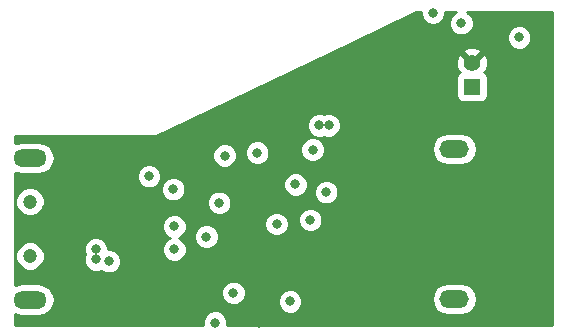
<source format=gbr>
G04 #@! TF.FileFunction,Copper,L2,Inr,Plane*
%FSLAX46Y46*%
G04 Gerber Fmt 4.6, Leading zero omitted, Abs format (unit mm)*
G04 Created by KiCad (PCBNEW no-vcs-found-undefined) date Thu Oct 27 09:39:57 2016*
%MOMM*%
%LPD*%
G01*
G04 APERTURE LIST*
%ADD10C,0.600000*%
%ADD11C,1.200000*%
%ADD12C,0.800000*%
%ADD13O,2.800000X1.500000*%
%ADD14O,2.500000X1.500000*%
%ADD15R,1.400000X1.400000*%
%ADD16C,1.400000*%
%ADD17C,0.508000*%
%ADD18C,0.254000*%
G04 APERTURE END LIST*
D10*
D11*
X104530000Y-51310000D03*
X104530000Y-55910000D03*
D12*
X105280000Y-47610000D03*
X103780000Y-59610000D03*
X103780000Y-47610000D03*
D13*
X104530000Y-47610000D03*
D12*
X105280000Y-59610000D03*
D13*
X104530000Y-59610000D03*
D14*
X140450000Y-46850000D03*
X140450000Y-59550000D03*
D15*
X141947860Y-41558380D03*
D16*
X141945320Y-39546700D03*
D12*
X132620704Y-39700485D03*
X119050000Y-59100000D03*
X136950000Y-42650000D03*
X131900000Y-45750000D03*
X127100000Y-48500000D03*
X141750000Y-51900000D03*
X141750000Y-54900000D03*
X112126000Y-49708000D03*
X114084000Y-55950000D03*
X123900000Y-61600000D03*
X129750000Y-57650000D03*
X131700000Y-55350000D03*
X133100000Y-54000000D03*
X141750000Y-56650000D03*
X141750000Y-53200000D03*
X141750000Y-50650000D03*
X129150000Y-39650000D03*
X138375400Y-39600000D03*
X118750000Y-57150000D03*
X111069400Y-59858000D03*
X113400000Y-59858000D03*
X109700000Y-48950000D03*
X110200000Y-49708000D03*
X109338000Y-50070000D03*
X113200000Y-50691000D03*
X114111000Y-53450000D03*
X122324000Y-56400000D03*
X129000000Y-44843010D03*
X129800000Y-44843010D03*
X128450000Y-46900000D03*
X116650000Y-50250000D03*
X120200000Y-61550000D03*
X121750000Y-59017026D03*
X125400000Y-53200000D03*
X129600000Y-50500000D03*
X145950000Y-37400000D03*
X123761400Y-47150000D03*
X116750000Y-55350000D03*
X110100000Y-56200000D03*
X110100000Y-55350000D03*
X141050000Y-36200000D03*
X127000000Y-49850000D03*
X126550000Y-59750000D03*
X121000000Y-47400000D03*
X116750000Y-53400000D03*
X120550000Y-51400000D03*
X114600000Y-49150000D03*
X128250000Y-52850000D03*
X138650000Y-35300000D03*
X111200000Y-56350000D03*
X119459603Y-54264542D03*
D17*
X132306620Y-39650000D02*
X132570219Y-39650000D01*
X132570219Y-39650000D02*
X132620704Y-39700485D01*
X136384315Y-42650000D02*
X136950000Y-42650000D01*
X132306620Y-39650000D02*
X135306620Y-42650000D01*
X135306620Y-42650000D02*
X136384315Y-42650000D01*
X129150000Y-39650000D02*
X132306620Y-39650000D01*
D18*
G36*
X137614821Y-35504971D02*
X137772058Y-35885515D01*
X138062954Y-36176919D01*
X138443223Y-36334820D01*
X138854971Y-36335179D01*
X139235515Y-36177942D01*
X139526919Y-35887046D01*
X139684820Y-35506777D01*
X139685033Y-35262000D01*
X140609837Y-35262000D01*
X140464485Y-35322058D01*
X140173081Y-35612954D01*
X140015180Y-35993223D01*
X140014821Y-36404971D01*
X140172058Y-36785515D01*
X140462954Y-37076919D01*
X140843223Y-37234820D01*
X141254971Y-37235179D01*
X141635515Y-37077942D01*
X141926919Y-36787046D01*
X142084820Y-36406777D01*
X142085179Y-35995029D01*
X141927942Y-35614485D01*
X141637046Y-35323081D01*
X141489946Y-35262000D01*
X148738000Y-35262000D01*
X148738000Y-61738000D01*
X121234836Y-61738000D01*
X121235179Y-61345029D01*
X121077942Y-60964485D01*
X120787046Y-60673081D01*
X120406777Y-60515180D01*
X119995029Y-60514821D01*
X119614485Y-60672058D01*
X119323081Y-60962954D01*
X119165180Y-61343223D01*
X119164836Y-61738000D01*
X103262000Y-61738000D01*
X103262000Y-60857424D01*
X103310115Y-60889573D01*
X103840132Y-60995000D01*
X105219868Y-60995000D01*
X105749885Y-60889573D01*
X106199211Y-60589343D01*
X106499441Y-60140017D01*
X106604868Y-59610000D01*
X106527690Y-59221997D01*
X120714821Y-59221997D01*
X120872058Y-59602541D01*
X121162954Y-59893945D01*
X121543223Y-60051846D01*
X121954971Y-60052205D01*
X122190296Y-59954971D01*
X125514821Y-59954971D01*
X125672058Y-60335515D01*
X125962954Y-60626919D01*
X126343223Y-60784820D01*
X126754971Y-60785179D01*
X127135515Y-60627942D01*
X127426919Y-60337046D01*
X127584820Y-59956777D01*
X127585174Y-59550000D01*
X138528071Y-59550000D01*
X138633498Y-60080017D01*
X138933728Y-60529343D01*
X139383054Y-60829573D01*
X139913071Y-60935000D01*
X140986929Y-60935000D01*
X141516946Y-60829573D01*
X141966272Y-60529343D01*
X142266502Y-60080017D01*
X142371929Y-59550000D01*
X142266502Y-59019983D01*
X141966272Y-58570657D01*
X141516946Y-58270427D01*
X140986929Y-58165000D01*
X139913071Y-58165000D01*
X139383054Y-58270427D01*
X138933728Y-58570657D01*
X138633498Y-59019983D01*
X138528071Y-59550000D01*
X127585174Y-59550000D01*
X127585179Y-59545029D01*
X127427942Y-59164485D01*
X127137046Y-58873081D01*
X126756777Y-58715180D01*
X126345029Y-58714821D01*
X125964485Y-58872058D01*
X125673081Y-59162954D01*
X125515180Y-59543223D01*
X125514821Y-59954971D01*
X122190296Y-59954971D01*
X122335515Y-59894968D01*
X122626919Y-59604072D01*
X122784820Y-59223803D01*
X122785179Y-58812055D01*
X122627942Y-58431511D01*
X122337046Y-58140107D01*
X121956777Y-57982206D01*
X121545029Y-57981847D01*
X121164485Y-58139084D01*
X120873081Y-58429980D01*
X120715180Y-58810249D01*
X120714821Y-59221997D01*
X106527690Y-59221997D01*
X106499441Y-59079983D01*
X106199211Y-58630657D01*
X105749885Y-58330427D01*
X105219868Y-58225000D01*
X103840132Y-58225000D01*
X103310115Y-58330427D01*
X103262000Y-58362576D01*
X103262000Y-56154579D01*
X103294786Y-56154579D01*
X103482408Y-56608657D01*
X103829515Y-56956371D01*
X104283266Y-57144785D01*
X104774579Y-57145214D01*
X105228657Y-56957592D01*
X105576371Y-56610485D01*
X105764785Y-56156734D01*
X105765214Y-55665421D01*
X105719577Y-55554971D01*
X109064821Y-55554971D01*
X109155764Y-55775071D01*
X109065180Y-55993223D01*
X109064821Y-56404971D01*
X109222058Y-56785515D01*
X109512954Y-57076919D01*
X109893223Y-57234820D01*
X110304971Y-57235179D01*
X110528854Y-57142673D01*
X110612954Y-57226919D01*
X110993223Y-57384820D01*
X111404971Y-57385179D01*
X111785515Y-57227942D01*
X112076919Y-56937046D01*
X112234820Y-56556777D01*
X112235179Y-56145029D01*
X112077942Y-55764485D01*
X111787046Y-55473081D01*
X111406777Y-55315180D01*
X111135031Y-55314943D01*
X111135179Y-55145029D01*
X110977942Y-54764485D01*
X110687046Y-54473081D01*
X110306777Y-54315180D01*
X109895029Y-54314821D01*
X109514485Y-54472058D01*
X109223081Y-54762954D01*
X109065180Y-55143223D01*
X109064821Y-55554971D01*
X105719577Y-55554971D01*
X105577592Y-55211343D01*
X105230485Y-54863629D01*
X104776734Y-54675215D01*
X104285421Y-54674786D01*
X103831343Y-54862408D01*
X103483629Y-55209515D01*
X103295215Y-55663266D01*
X103294786Y-56154579D01*
X103262000Y-56154579D01*
X103262000Y-53604971D01*
X115714821Y-53604971D01*
X115872058Y-53985515D01*
X116162954Y-54276919D01*
X116399272Y-54375046D01*
X116164485Y-54472058D01*
X115873081Y-54762954D01*
X115715180Y-55143223D01*
X115714821Y-55554971D01*
X115872058Y-55935515D01*
X116162954Y-56226919D01*
X116543223Y-56384820D01*
X116954971Y-56385179D01*
X117335515Y-56227942D01*
X117626919Y-55937046D01*
X117784820Y-55556777D01*
X117785179Y-55145029D01*
X117627942Y-54764485D01*
X117337046Y-54473081D01*
X117328454Y-54469513D01*
X118424424Y-54469513D01*
X118581661Y-54850057D01*
X118872557Y-55141461D01*
X119252826Y-55299362D01*
X119664574Y-55299721D01*
X120045118Y-55142484D01*
X120336522Y-54851588D01*
X120494423Y-54471319D01*
X120494782Y-54059571D01*
X120337545Y-53679027D01*
X120063967Y-53404971D01*
X124364821Y-53404971D01*
X124522058Y-53785515D01*
X124812954Y-54076919D01*
X125193223Y-54234820D01*
X125604971Y-54235179D01*
X125985515Y-54077942D01*
X126276919Y-53787046D01*
X126434820Y-53406777D01*
X126435126Y-53054971D01*
X127214821Y-53054971D01*
X127372058Y-53435515D01*
X127662954Y-53726919D01*
X128043223Y-53884820D01*
X128454971Y-53885179D01*
X128835515Y-53727942D01*
X129126919Y-53437046D01*
X129284820Y-53056777D01*
X129285179Y-52645029D01*
X129127942Y-52264485D01*
X128837046Y-51973081D01*
X128456777Y-51815180D01*
X128045029Y-51814821D01*
X127664485Y-51972058D01*
X127373081Y-52262954D01*
X127215180Y-52643223D01*
X127214821Y-53054971D01*
X126435126Y-53054971D01*
X126435179Y-52995029D01*
X126277942Y-52614485D01*
X125987046Y-52323081D01*
X125606777Y-52165180D01*
X125195029Y-52164821D01*
X124814485Y-52322058D01*
X124523081Y-52612954D01*
X124365180Y-52993223D01*
X124364821Y-53404971D01*
X120063967Y-53404971D01*
X120046649Y-53387623D01*
X119666380Y-53229722D01*
X119254632Y-53229363D01*
X118874088Y-53386600D01*
X118582684Y-53677496D01*
X118424783Y-54057765D01*
X118424424Y-54469513D01*
X117328454Y-54469513D01*
X117100728Y-54374954D01*
X117335515Y-54277942D01*
X117626919Y-53987046D01*
X117784820Y-53606777D01*
X117785179Y-53195029D01*
X117627942Y-52814485D01*
X117337046Y-52523081D01*
X116956777Y-52365180D01*
X116545029Y-52364821D01*
X116164485Y-52522058D01*
X115873081Y-52812954D01*
X115715180Y-53193223D01*
X115714821Y-53604971D01*
X103262000Y-53604971D01*
X103262000Y-51554579D01*
X103294786Y-51554579D01*
X103482408Y-52008657D01*
X103829515Y-52356371D01*
X104283266Y-52544785D01*
X104774579Y-52545214D01*
X105228657Y-52357592D01*
X105576371Y-52010485D01*
X105744755Y-51604971D01*
X119514821Y-51604971D01*
X119672058Y-51985515D01*
X119962954Y-52276919D01*
X120343223Y-52434820D01*
X120754971Y-52435179D01*
X121135515Y-52277942D01*
X121426919Y-51987046D01*
X121584820Y-51606777D01*
X121585179Y-51195029D01*
X121427942Y-50814485D01*
X121137046Y-50523081D01*
X120756777Y-50365180D01*
X120345029Y-50364821D01*
X119964485Y-50522058D01*
X119673081Y-50812954D01*
X119515180Y-51193223D01*
X119514821Y-51604971D01*
X105744755Y-51604971D01*
X105764785Y-51556734D01*
X105765214Y-51065421D01*
X105577592Y-50611343D01*
X105421493Y-50454971D01*
X115614821Y-50454971D01*
X115772058Y-50835515D01*
X116062954Y-51126919D01*
X116443223Y-51284820D01*
X116854971Y-51285179D01*
X117235515Y-51127942D01*
X117526919Y-50837046D01*
X117684820Y-50456777D01*
X117685170Y-50054971D01*
X125964821Y-50054971D01*
X126122058Y-50435515D01*
X126412954Y-50726919D01*
X126793223Y-50884820D01*
X127204971Y-50885179D01*
X127585515Y-50727942D01*
X127608526Y-50704971D01*
X128564821Y-50704971D01*
X128722058Y-51085515D01*
X129012954Y-51376919D01*
X129393223Y-51534820D01*
X129804971Y-51535179D01*
X130185515Y-51377942D01*
X130476919Y-51087046D01*
X130634820Y-50706777D01*
X130635179Y-50295029D01*
X130477942Y-49914485D01*
X130187046Y-49623081D01*
X129806777Y-49465180D01*
X129395029Y-49464821D01*
X129014485Y-49622058D01*
X128723081Y-49912954D01*
X128565180Y-50293223D01*
X128564821Y-50704971D01*
X127608526Y-50704971D01*
X127876919Y-50437046D01*
X128034820Y-50056777D01*
X128035179Y-49645029D01*
X127877942Y-49264485D01*
X127587046Y-48973081D01*
X127206777Y-48815180D01*
X126795029Y-48814821D01*
X126414485Y-48972058D01*
X126123081Y-49262954D01*
X125965180Y-49643223D01*
X125964821Y-50054971D01*
X117685170Y-50054971D01*
X117685179Y-50045029D01*
X117527942Y-49664485D01*
X117237046Y-49373081D01*
X116856777Y-49215180D01*
X116445029Y-49214821D01*
X116064485Y-49372058D01*
X115773081Y-49662954D01*
X115615180Y-50043223D01*
X115614821Y-50454971D01*
X105421493Y-50454971D01*
X105230485Y-50263629D01*
X104776734Y-50075215D01*
X104285421Y-50074786D01*
X103831343Y-50262408D01*
X103483629Y-50609515D01*
X103295215Y-51063266D01*
X103294786Y-51554579D01*
X103262000Y-51554579D01*
X103262000Y-49354971D01*
X113564821Y-49354971D01*
X113722058Y-49735515D01*
X114012954Y-50026919D01*
X114393223Y-50184820D01*
X114804971Y-50185179D01*
X115185515Y-50027942D01*
X115476919Y-49737046D01*
X115634820Y-49356777D01*
X115635179Y-48945029D01*
X115477942Y-48564485D01*
X115187046Y-48273081D01*
X114806777Y-48115180D01*
X114395029Y-48114821D01*
X114014485Y-48272058D01*
X113723081Y-48562954D01*
X113565180Y-48943223D01*
X113564821Y-49354971D01*
X103262000Y-49354971D01*
X103262000Y-48857424D01*
X103310115Y-48889573D01*
X103840132Y-48995000D01*
X105219868Y-48995000D01*
X105749885Y-48889573D01*
X106199211Y-48589343D01*
X106499441Y-48140017D01*
X106604868Y-47610000D01*
X106603868Y-47604971D01*
X119964821Y-47604971D01*
X120122058Y-47985515D01*
X120412954Y-48276919D01*
X120793223Y-48434820D01*
X121204971Y-48435179D01*
X121585515Y-48277942D01*
X121876919Y-47987046D01*
X122034820Y-47606777D01*
X122035039Y-47354971D01*
X122726221Y-47354971D01*
X122883458Y-47735515D01*
X123174354Y-48026919D01*
X123554623Y-48184820D01*
X123966371Y-48185179D01*
X124346915Y-48027942D01*
X124638319Y-47737046D01*
X124796220Y-47356777D01*
X124796439Y-47104971D01*
X127414821Y-47104971D01*
X127572058Y-47485515D01*
X127862954Y-47776919D01*
X128243223Y-47934820D01*
X128654971Y-47935179D01*
X129035515Y-47777942D01*
X129326919Y-47487046D01*
X129484820Y-47106777D01*
X129485043Y-46850000D01*
X138528071Y-46850000D01*
X138633498Y-47380017D01*
X138933728Y-47829343D01*
X139383054Y-48129573D01*
X139913071Y-48235000D01*
X140986929Y-48235000D01*
X141516946Y-48129573D01*
X141966272Y-47829343D01*
X142266502Y-47380017D01*
X142371929Y-46850000D01*
X142266502Y-46319983D01*
X141966272Y-45870657D01*
X141516946Y-45570427D01*
X140986929Y-45465000D01*
X139913071Y-45465000D01*
X139383054Y-45570427D01*
X138933728Y-45870657D01*
X138633498Y-46319983D01*
X138528071Y-46850000D01*
X129485043Y-46850000D01*
X129485179Y-46695029D01*
X129327942Y-46314485D01*
X129037046Y-46023081D01*
X128656777Y-45865180D01*
X128245029Y-45864821D01*
X127864485Y-46022058D01*
X127573081Y-46312954D01*
X127415180Y-46693223D01*
X127414821Y-47104971D01*
X124796439Y-47104971D01*
X124796579Y-46945029D01*
X124639342Y-46564485D01*
X124348446Y-46273081D01*
X123968177Y-46115180D01*
X123556429Y-46114821D01*
X123175885Y-46272058D01*
X122884481Y-46562954D01*
X122726580Y-46943223D01*
X122726221Y-47354971D01*
X122035039Y-47354971D01*
X122035179Y-47195029D01*
X121877942Y-46814485D01*
X121587046Y-46523081D01*
X121206777Y-46365180D01*
X120795029Y-46364821D01*
X120414485Y-46522058D01*
X120123081Y-46812954D01*
X119965180Y-47193223D01*
X119964821Y-47604971D01*
X106603868Y-47604971D01*
X106499441Y-47079983D01*
X106199211Y-46630657D01*
X105749885Y-46330427D01*
X105219868Y-46225000D01*
X103840132Y-46225000D01*
X103310115Y-46330427D01*
X103262000Y-46362576D01*
X103262000Y-45762000D01*
X115000000Y-45762000D01*
X115019942Y-45758033D01*
X115040064Y-45760946D01*
X115165090Y-45729162D01*
X115291605Y-45703996D01*
X115308509Y-45692701D01*
X115328216Y-45687691D01*
X116668560Y-45047981D01*
X127964821Y-45047981D01*
X128122058Y-45428525D01*
X128412954Y-45719929D01*
X128793223Y-45877830D01*
X129204971Y-45878189D01*
X129400010Y-45797601D01*
X129593223Y-45877830D01*
X130004971Y-45878189D01*
X130385515Y-45720952D01*
X130676919Y-45430056D01*
X130834820Y-45049787D01*
X130835179Y-44638039D01*
X130677942Y-44257495D01*
X130387046Y-43966091D01*
X130006777Y-43808190D01*
X129595029Y-43807831D01*
X129399990Y-43888419D01*
X129206777Y-43808190D01*
X128795029Y-43807831D01*
X128414485Y-43965068D01*
X128123081Y-44255964D01*
X127965180Y-44636233D01*
X127964821Y-45047981D01*
X116668560Y-45047981D01*
X128599179Y-39353822D01*
X140597901Y-39353822D01*
X140626656Y-39884140D01*
X140774278Y-40240531D01*
X140957604Y-40288615D01*
X140790051Y-40400571D01*
X140649703Y-40610615D01*
X140600420Y-40858380D01*
X140600420Y-42258380D01*
X140649703Y-42506145D01*
X140790051Y-42716189D01*
X141000095Y-42856537D01*
X141247860Y-42905820D01*
X142647860Y-42905820D01*
X142895625Y-42856537D01*
X143105669Y-42716189D01*
X143246017Y-42506145D01*
X143295300Y-42258380D01*
X143295300Y-40858380D01*
X143246017Y-40610615D01*
X143105669Y-40400571D01*
X142936684Y-40287658D01*
X143116362Y-40240531D01*
X143292739Y-39739578D01*
X143263984Y-39209260D01*
X143116362Y-38852869D01*
X142880595Y-38791031D01*
X142124925Y-39546700D01*
X142139068Y-39560842D01*
X141959462Y-39740448D01*
X141945320Y-39726305D01*
X141931178Y-39740448D01*
X141751573Y-39560843D01*
X141765715Y-39546700D01*
X141010045Y-38791031D01*
X140774278Y-38852869D01*
X140597901Y-39353822D01*
X128599179Y-39353822D01*
X130154677Y-38611425D01*
X141189651Y-38611425D01*
X141945320Y-39367095D01*
X142700989Y-38611425D01*
X142639151Y-38375658D01*
X142138198Y-38199281D01*
X141607880Y-38228036D01*
X141251489Y-38375658D01*
X141189651Y-38611425D01*
X130154677Y-38611425D01*
X132263438Y-37604971D01*
X144914821Y-37604971D01*
X145072058Y-37985515D01*
X145362954Y-38276919D01*
X145743223Y-38434820D01*
X146154971Y-38435179D01*
X146535515Y-38277942D01*
X146826919Y-37987046D01*
X146984820Y-37606777D01*
X146985179Y-37195029D01*
X146827942Y-36814485D01*
X146537046Y-36523081D01*
X146156777Y-36365180D01*
X145745029Y-36364821D01*
X145364485Y-36522058D01*
X145073081Y-36812954D01*
X144915180Y-37193223D01*
X144914821Y-37604971D01*
X132263438Y-37604971D01*
X137172521Y-35262000D01*
X137615033Y-35262000D01*
X137614821Y-35504971D01*
X137614821Y-35504971D01*
G37*
X137614821Y-35504971D02*
X137772058Y-35885515D01*
X138062954Y-36176919D01*
X138443223Y-36334820D01*
X138854971Y-36335179D01*
X139235515Y-36177942D01*
X139526919Y-35887046D01*
X139684820Y-35506777D01*
X139685033Y-35262000D01*
X140609837Y-35262000D01*
X140464485Y-35322058D01*
X140173081Y-35612954D01*
X140015180Y-35993223D01*
X140014821Y-36404971D01*
X140172058Y-36785515D01*
X140462954Y-37076919D01*
X140843223Y-37234820D01*
X141254971Y-37235179D01*
X141635515Y-37077942D01*
X141926919Y-36787046D01*
X142084820Y-36406777D01*
X142085179Y-35995029D01*
X141927942Y-35614485D01*
X141637046Y-35323081D01*
X141489946Y-35262000D01*
X148738000Y-35262000D01*
X148738000Y-61738000D01*
X121234836Y-61738000D01*
X121235179Y-61345029D01*
X121077942Y-60964485D01*
X120787046Y-60673081D01*
X120406777Y-60515180D01*
X119995029Y-60514821D01*
X119614485Y-60672058D01*
X119323081Y-60962954D01*
X119165180Y-61343223D01*
X119164836Y-61738000D01*
X103262000Y-61738000D01*
X103262000Y-60857424D01*
X103310115Y-60889573D01*
X103840132Y-60995000D01*
X105219868Y-60995000D01*
X105749885Y-60889573D01*
X106199211Y-60589343D01*
X106499441Y-60140017D01*
X106604868Y-59610000D01*
X106527690Y-59221997D01*
X120714821Y-59221997D01*
X120872058Y-59602541D01*
X121162954Y-59893945D01*
X121543223Y-60051846D01*
X121954971Y-60052205D01*
X122190296Y-59954971D01*
X125514821Y-59954971D01*
X125672058Y-60335515D01*
X125962954Y-60626919D01*
X126343223Y-60784820D01*
X126754971Y-60785179D01*
X127135515Y-60627942D01*
X127426919Y-60337046D01*
X127584820Y-59956777D01*
X127585174Y-59550000D01*
X138528071Y-59550000D01*
X138633498Y-60080017D01*
X138933728Y-60529343D01*
X139383054Y-60829573D01*
X139913071Y-60935000D01*
X140986929Y-60935000D01*
X141516946Y-60829573D01*
X141966272Y-60529343D01*
X142266502Y-60080017D01*
X142371929Y-59550000D01*
X142266502Y-59019983D01*
X141966272Y-58570657D01*
X141516946Y-58270427D01*
X140986929Y-58165000D01*
X139913071Y-58165000D01*
X139383054Y-58270427D01*
X138933728Y-58570657D01*
X138633498Y-59019983D01*
X138528071Y-59550000D01*
X127585174Y-59550000D01*
X127585179Y-59545029D01*
X127427942Y-59164485D01*
X127137046Y-58873081D01*
X126756777Y-58715180D01*
X126345029Y-58714821D01*
X125964485Y-58872058D01*
X125673081Y-59162954D01*
X125515180Y-59543223D01*
X125514821Y-59954971D01*
X122190296Y-59954971D01*
X122335515Y-59894968D01*
X122626919Y-59604072D01*
X122784820Y-59223803D01*
X122785179Y-58812055D01*
X122627942Y-58431511D01*
X122337046Y-58140107D01*
X121956777Y-57982206D01*
X121545029Y-57981847D01*
X121164485Y-58139084D01*
X120873081Y-58429980D01*
X120715180Y-58810249D01*
X120714821Y-59221997D01*
X106527690Y-59221997D01*
X106499441Y-59079983D01*
X106199211Y-58630657D01*
X105749885Y-58330427D01*
X105219868Y-58225000D01*
X103840132Y-58225000D01*
X103310115Y-58330427D01*
X103262000Y-58362576D01*
X103262000Y-56154579D01*
X103294786Y-56154579D01*
X103482408Y-56608657D01*
X103829515Y-56956371D01*
X104283266Y-57144785D01*
X104774579Y-57145214D01*
X105228657Y-56957592D01*
X105576371Y-56610485D01*
X105764785Y-56156734D01*
X105765214Y-55665421D01*
X105719577Y-55554971D01*
X109064821Y-55554971D01*
X109155764Y-55775071D01*
X109065180Y-55993223D01*
X109064821Y-56404971D01*
X109222058Y-56785515D01*
X109512954Y-57076919D01*
X109893223Y-57234820D01*
X110304971Y-57235179D01*
X110528854Y-57142673D01*
X110612954Y-57226919D01*
X110993223Y-57384820D01*
X111404971Y-57385179D01*
X111785515Y-57227942D01*
X112076919Y-56937046D01*
X112234820Y-56556777D01*
X112235179Y-56145029D01*
X112077942Y-55764485D01*
X111787046Y-55473081D01*
X111406777Y-55315180D01*
X111135031Y-55314943D01*
X111135179Y-55145029D01*
X110977942Y-54764485D01*
X110687046Y-54473081D01*
X110306777Y-54315180D01*
X109895029Y-54314821D01*
X109514485Y-54472058D01*
X109223081Y-54762954D01*
X109065180Y-55143223D01*
X109064821Y-55554971D01*
X105719577Y-55554971D01*
X105577592Y-55211343D01*
X105230485Y-54863629D01*
X104776734Y-54675215D01*
X104285421Y-54674786D01*
X103831343Y-54862408D01*
X103483629Y-55209515D01*
X103295215Y-55663266D01*
X103294786Y-56154579D01*
X103262000Y-56154579D01*
X103262000Y-53604971D01*
X115714821Y-53604971D01*
X115872058Y-53985515D01*
X116162954Y-54276919D01*
X116399272Y-54375046D01*
X116164485Y-54472058D01*
X115873081Y-54762954D01*
X115715180Y-55143223D01*
X115714821Y-55554971D01*
X115872058Y-55935515D01*
X116162954Y-56226919D01*
X116543223Y-56384820D01*
X116954971Y-56385179D01*
X117335515Y-56227942D01*
X117626919Y-55937046D01*
X117784820Y-55556777D01*
X117785179Y-55145029D01*
X117627942Y-54764485D01*
X117337046Y-54473081D01*
X117328454Y-54469513D01*
X118424424Y-54469513D01*
X118581661Y-54850057D01*
X118872557Y-55141461D01*
X119252826Y-55299362D01*
X119664574Y-55299721D01*
X120045118Y-55142484D01*
X120336522Y-54851588D01*
X120494423Y-54471319D01*
X120494782Y-54059571D01*
X120337545Y-53679027D01*
X120063967Y-53404971D01*
X124364821Y-53404971D01*
X124522058Y-53785515D01*
X124812954Y-54076919D01*
X125193223Y-54234820D01*
X125604971Y-54235179D01*
X125985515Y-54077942D01*
X126276919Y-53787046D01*
X126434820Y-53406777D01*
X126435126Y-53054971D01*
X127214821Y-53054971D01*
X127372058Y-53435515D01*
X127662954Y-53726919D01*
X128043223Y-53884820D01*
X128454971Y-53885179D01*
X128835515Y-53727942D01*
X129126919Y-53437046D01*
X129284820Y-53056777D01*
X129285179Y-52645029D01*
X129127942Y-52264485D01*
X128837046Y-51973081D01*
X128456777Y-51815180D01*
X128045029Y-51814821D01*
X127664485Y-51972058D01*
X127373081Y-52262954D01*
X127215180Y-52643223D01*
X127214821Y-53054971D01*
X126435126Y-53054971D01*
X126435179Y-52995029D01*
X126277942Y-52614485D01*
X125987046Y-52323081D01*
X125606777Y-52165180D01*
X125195029Y-52164821D01*
X124814485Y-52322058D01*
X124523081Y-52612954D01*
X124365180Y-52993223D01*
X124364821Y-53404971D01*
X120063967Y-53404971D01*
X120046649Y-53387623D01*
X119666380Y-53229722D01*
X119254632Y-53229363D01*
X118874088Y-53386600D01*
X118582684Y-53677496D01*
X118424783Y-54057765D01*
X118424424Y-54469513D01*
X117328454Y-54469513D01*
X117100728Y-54374954D01*
X117335515Y-54277942D01*
X117626919Y-53987046D01*
X117784820Y-53606777D01*
X117785179Y-53195029D01*
X117627942Y-52814485D01*
X117337046Y-52523081D01*
X116956777Y-52365180D01*
X116545029Y-52364821D01*
X116164485Y-52522058D01*
X115873081Y-52812954D01*
X115715180Y-53193223D01*
X115714821Y-53604971D01*
X103262000Y-53604971D01*
X103262000Y-51554579D01*
X103294786Y-51554579D01*
X103482408Y-52008657D01*
X103829515Y-52356371D01*
X104283266Y-52544785D01*
X104774579Y-52545214D01*
X105228657Y-52357592D01*
X105576371Y-52010485D01*
X105744755Y-51604971D01*
X119514821Y-51604971D01*
X119672058Y-51985515D01*
X119962954Y-52276919D01*
X120343223Y-52434820D01*
X120754971Y-52435179D01*
X121135515Y-52277942D01*
X121426919Y-51987046D01*
X121584820Y-51606777D01*
X121585179Y-51195029D01*
X121427942Y-50814485D01*
X121137046Y-50523081D01*
X120756777Y-50365180D01*
X120345029Y-50364821D01*
X119964485Y-50522058D01*
X119673081Y-50812954D01*
X119515180Y-51193223D01*
X119514821Y-51604971D01*
X105744755Y-51604971D01*
X105764785Y-51556734D01*
X105765214Y-51065421D01*
X105577592Y-50611343D01*
X105421493Y-50454971D01*
X115614821Y-50454971D01*
X115772058Y-50835515D01*
X116062954Y-51126919D01*
X116443223Y-51284820D01*
X116854971Y-51285179D01*
X117235515Y-51127942D01*
X117526919Y-50837046D01*
X117684820Y-50456777D01*
X117685170Y-50054971D01*
X125964821Y-50054971D01*
X126122058Y-50435515D01*
X126412954Y-50726919D01*
X126793223Y-50884820D01*
X127204971Y-50885179D01*
X127585515Y-50727942D01*
X127608526Y-50704971D01*
X128564821Y-50704971D01*
X128722058Y-51085515D01*
X129012954Y-51376919D01*
X129393223Y-51534820D01*
X129804971Y-51535179D01*
X130185515Y-51377942D01*
X130476919Y-51087046D01*
X130634820Y-50706777D01*
X130635179Y-50295029D01*
X130477942Y-49914485D01*
X130187046Y-49623081D01*
X129806777Y-49465180D01*
X129395029Y-49464821D01*
X129014485Y-49622058D01*
X128723081Y-49912954D01*
X128565180Y-50293223D01*
X128564821Y-50704971D01*
X127608526Y-50704971D01*
X127876919Y-50437046D01*
X128034820Y-50056777D01*
X128035179Y-49645029D01*
X127877942Y-49264485D01*
X127587046Y-48973081D01*
X127206777Y-48815180D01*
X126795029Y-48814821D01*
X126414485Y-48972058D01*
X126123081Y-49262954D01*
X125965180Y-49643223D01*
X125964821Y-50054971D01*
X117685170Y-50054971D01*
X117685179Y-50045029D01*
X117527942Y-49664485D01*
X117237046Y-49373081D01*
X116856777Y-49215180D01*
X116445029Y-49214821D01*
X116064485Y-49372058D01*
X115773081Y-49662954D01*
X115615180Y-50043223D01*
X115614821Y-50454971D01*
X105421493Y-50454971D01*
X105230485Y-50263629D01*
X104776734Y-50075215D01*
X104285421Y-50074786D01*
X103831343Y-50262408D01*
X103483629Y-50609515D01*
X103295215Y-51063266D01*
X103294786Y-51554579D01*
X103262000Y-51554579D01*
X103262000Y-49354971D01*
X113564821Y-49354971D01*
X113722058Y-49735515D01*
X114012954Y-50026919D01*
X114393223Y-50184820D01*
X114804971Y-50185179D01*
X115185515Y-50027942D01*
X115476919Y-49737046D01*
X115634820Y-49356777D01*
X115635179Y-48945029D01*
X115477942Y-48564485D01*
X115187046Y-48273081D01*
X114806777Y-48115180D01*
X114395029Y-48114821D01*
X114014485Y-48272058D01*
X113723081Y-48562954D01*
X113565180Y-48943223D01*
X113564821Y-49354971D01*
X103262000Y-49354971D01*
X103262000Y-48857424D01*
X103310115Y-48889573D01*
X103840132Y-48995000D01*
X105219868Y-48995000D01*
X105749885Y-48889573D01*
X106199211Y-48589343D01*
X106499441Y-48140017D01*
X106604868Y-47610000D01*
X106603868Y-47604971D01*
X119964821Y-47604971D01*
X120122058Y-47985515D01*
X120412954Y-48276919D01*
X120793223Y-48434820D01*
X121204971Y-48435179D01*
X121585515Y-48277942D01*
X121876919Y-47987046D01*
X122034820Y-47606777D01*
X122035039Y-47354971D01*
X122726221Y-47354971D01*
X122883458Y-47735515D01*
X123174354Y-48026919D01*
X123554623Y-48184820D01*
X123966371Y-48185179D01*
X124346915Y-48027942D01*
X124638319Y-47737046D01*
X124796220Y-47356777D01*
X124796439Y-47104971D01*
X127414821Y-47104971D01*
X127572058Y-47485515D01*
X127862954Y-47776919D01*
X128243223Y-47934820D01*
X128654971Y-47935179D01*
X129035515Y-47777942D01*
X129326919Y-47487046D01*
X129484820Y-47106777D01*
X129485043Y-46850000D01*
X138528071Y-46850000D01*
X138633498Y-47380017D01*
X138933728Y-47829343D01*
X139383054Y-48129573D01*
X139913071Y-48235000D01*
X140986929Y-48235000D01*
X141516946Y-48129573D01*
X141966272Y-47829343D01*
X142266502Y-47380017D01*
X142371929Y-46850000D01*
X142266502Y-46319983D01*
X141966272Y-45870657D01*
X141516946Y-45570427D01*
X140986929Y-45465000D01*
X139913071Y-45465000D01*
X139383054Y-45570427D01*
X138933728Y-45870657D01*
X138633498Y-46319983D01*
X138528071Y-46850000D01*
X129485043Y-46850000D01*
X129485179Y-46695029D01*
X129327942Y-46314485D01*
X129037046Y-46023081D01*
X128656777Y-45865180D01*
X128245029Y-45864821D01*
X127864485Y-46022058D01*
X127573081Y-46312954D01*
X127415180Y-46693223D01*
X127414821Y-47104971D01*
X124796439Y-47104971D01*
X124796579Y-46945029D01*
X124639342Y-46564485D01*
X124348446Y-46273081D01*
X123968177Y-46115180D01*
X123556429Y-46114821D01*
X123175885Y-46272058D01*
X122884481Y-46562954D01*
X122726580Y-46943223D01*
X122726221Y-47354971D01*
X122035039Y-47354971D01*
X122035179Y-47195029D01*
X121877942Y-46814485D01*
X121587046Y-46523081D01*
X121206777Y-46365180D01*
X120795029Y-46364821D01*
X120414485Y-46522058D01*
X120123081Y-46812954D01*
X119965180Y-47193223D01*
X119964821Y-47604971D01*
X106603868Y-47604971D01*
X106499441Y-47079983D01*
X106199211Y-46630657D01*
X105749885Y-46330427D01*
X105219868Y-46225000D01*
X103840132Y-46225000D01*
X103310115Y-46330427D01*
X103262000Y-46362576D01*
X103262000Y-45762000D01*
X115000000Y-45762000D01*
X115019942Y-45758033D01*
X115040064Y-45760946D01*
X115165090Y-45729162D01*
X115291605Y-45703996D01*
X115308509Y-45692701D01*
X115328216Y-45687691D01*
X116668560Y-45047981D01*
X127964821Y-45047981D01*
X128122058Y-45428525D01*
X128412954Y-45719929D01*
X128793223Y-45877830D01*
X129204971Y-45878189D01*
X129400010Y-45797601D01*
X129593223Y-45877830D01*
X130004971Y-45878189D01*
X130385515Y-45720952D01*
X130676919Y-45430056D01*
X130834820Y-45049787D01*
X130835179Y-44638039D01*
X130677942Y-44257495D01*
X130387046Y-43966091D01*
X130006777Y-43808190D01*
X129595029Y-43807831D01*
X129399990Y-43888419D01*
X129206777Y-43808190D01*
X128795029Y-43807831D01*
X128414485Y-43965068D01*
X128123081Y-44255964D01*
X127965180Y-44636233D01*
X127964821Y-45047981D01*
X116668560Y-45047981D01*
X128599179Y-39353822D01*
X140597901Y-39353822D01*
X140626656Y-39884140D01*
X140774278Y-40240531D01*
X140957604Y-40288615D01*
X140790051Y-40400571D01*
X140649703Y-40610615D01*
X140600420Y-40858380D01*
X140600420Y-42258380D01*
X140649703Y-42506145D01*
X140790051Y-42716189D01*
X141000095Y-42856537D01*
X141247860Y-42905820D01*
X142647860Y-42905820D01*
X142895625Y-42856537D01*
X143105669Y-42716189D01*
X143246017Y-42506145D01*
X143295300Y-42258380D01*
X143295300Y-40858380D01*
X143246017Y-40610615D01*
X143105669Y-40400571D01*
X142936684Y-40287658D01*
X143116362Y-40240531D01*
X143292739Y-39739578D01*
X143263984Y-39209260D01*
X143116362Y-38852869D01*
X142880595Y-38791031D01*
X142124925Y-39546700D01*
X142139068Y-39560842D01*
X141959462Y-39740448D01*
X141945320Y-39726305D01*
X141931178Y-39740448D01*
X141751573Y-39560843D01*
X141765715Y-39546700D01*
X141010045Y-38791031D01*
X140774278Y-38852869D01*
X140597901Y-39353822D01*
X128599179Y-39353822D01*
X130154677Y-38611425D01*
X141189651Y-38611425D01*
X141945320Y-39367095D01*
X142700989Y-38611425D01*
X142639151Y-38375658D01*
X142138198Y-38199281D01*
X141607880Y-38228036D01*
X141251489Y-38375658D01*
X141189651Y-38611425D01*
X130154677Y-38611425D01*
X132263438Y-37604971D01*
X144914821Y-37604971D01*
X145072058Y-37985515D01*
X145362954Y-38276919D01*
X145743223Y-38434820D01*
X146154971Y-38435179D01*
X146535515Y-38277942D01*
X146826919Y-37987046D01*
X146984820Y-37606777D01*
X146985179Y-37195029D01*
X146827942Y-36814485D01*
X146537046Y-36523081D01*
X146156777Y-36365180D01*
X145745029Y-36364821D01*
X145364485Y-36522058D01*
X145073081Y-36812954D01*
X144915180Y-37193223D01*
X144914821Y-37604971D01*
X132263438Y-37604971D01*
X137172521Y-35262000D01*
X137615033Y-35262000D01*
X137614821Y-35504971D01*
M02*

</source>
